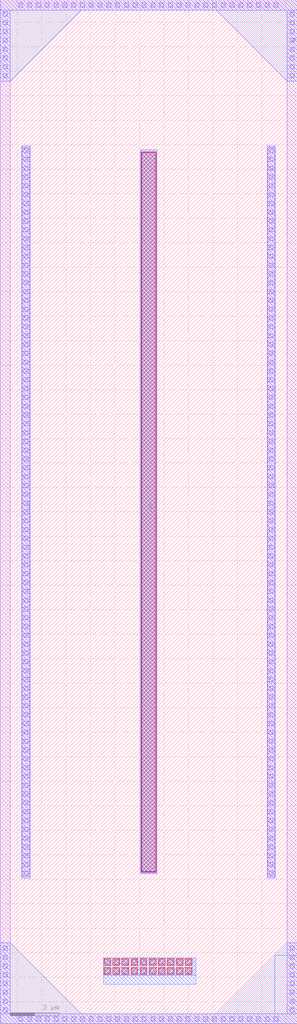
<source format=lef>
# Copyright 2020 The SkyWater PDK Authors
#
# Licensed under the Apache License, Version 2.0 (the "License");
# you may not use this file except in compliance with the License.
# You may obtain a copy of the License at
#
#     https://www.apache.org/licenses/LICENSE-2.0
#
# Unless required by applicable law or agreed to in writing, software
# distributed under the License is distributed on an "AS IS" BASIS,
# WITHOUT WARRANTIES OR CONDITIONS OF ANY KIND, either express or implied.
# See the License for the specific language governing permissions and
# limitations under the License.
#
# SPDX-License-Identifier: Apache-2.0

VERSION 5.7 ;
  NOWIREEXTENSIONATPIN ON ;
  DIVIDERCHAR "/" ;
  BUSBITCHARS "[]" ;
MACRO sky130_fd_pr__rf_nfet_20v0_nvt_aup
  CLASS BLOCK ;
  FOREIGN sky130_fd_pr__rf_nfet_20v0_nvt_aup ;
  ORIGIN  5.700000  5.910000 ;
  SIZE  12.15000 BY  41.82000 ;
  PIN D
    ANTENNADIFFAREA  22.50000 ;
    PORT
      LAYER met2 ;
        RECT 0.055000 0.285000 0.695000 29.725000 ;
    END
  END D
  PIN PSUB
    ANTENNADIFFAREA  43.58300 ;
    PORT
      LAYER met1 ;
        POLYGON -5.290000 -2.595000 -2.385000 -5.500000 -5.290000 -5.500000 ;
        POLYGON -5.290000 35.500000 -2.385000 35.500000 -5.290000 32.595000 ;
        POLYGON  3.135000 35.500000  6.040000 35.500000  6.040000 32.595000 ;
        POLYGON  5.540000 -3.095000  5.540000 -5.500000  3.135000 -5.500000 ;
        POLYGON  6.040000 -2.595000  6.040000 -3.095000  5.540000 -3.095000 ;
        RECT -5.700000 -5.910000  6.450000 -5.500000 ;
        RECT -5.700000 -5.500000 -5.290000 -2.595000 ;
        RECT -5.700000 32.595000 -5.290000 35.500000 ;
        RECT -5.700000 35.500000  6.450000 35.910000 ;
        RECT  5.540000 -5.500000  6.450000 -3.095000 ;
        RECT  6.040000 -3.095000  6.450000 -2.595000 ;
        RECT  6.040000 32.595000  6.450000 35.500000 ;
    END
  END PSUB
  PIN S
    ANTENNADIFFAREA  8.700000 ;
    PORT
      LAYER met1 ;
        RECT -4.790000 0.095000 -4.500000 29.905000 ;
    END
    PORT
      LAYER met1 ;
        RECT 5.250000 0.095000 5.540000 29.905000 ;
    END
  END S
  OBS
    LAYER li1 ;
      RECT -5.700000 -5.910000  6.450000 -5.500000 ;
      RECT -5.700000 -5.500000 -5.290000 35.500000 ;
      RECT -5.700000 35.500000  6.450000 35.910000 ;
      RECT -4.810000  0.045000 -4.480000 29.955000 ;
      RECT -1.480000 -4.285000  2.300000 -3.215000 ;
      RECT  0.040000  0.215000  0.710000 29.785000 ;
      RECT  5.230000  0.045000  5.560000 29.955000 ;
      RECT  6.040000 -5.500000  6.450000 35.500000 ;
    LAYER mcon ;
      RECT -5.580000 -5.425000 -5.410000 -5.255000 ;
      RECT -5.580000 -5.065000 -5.410000 -4.895000 ;
      RECT -5.580000 -4.705000 -5.410000 -4.535000 ;
      RECT -5.580000 -4.345000 -5.410000 -4.175000 ;
      RECT -5.580000 -3.985000 -5.410000 -3.815000 ;
      RECT -5.580000 -3.625000 -5.410000 -3.455000 ;
      RECT -5.580000 -3.265000 -5.410000 -3.095000 ;
      RECT -5.580000 -2.905000 -5.410000 -2.735000 ;
      RECT -5.580000 32.735000 -5.410000 32.905000 ;
      RECT -5.580000 33.095000 -5.410000 33.265000 ;
      RECT -5.580000 33.455000 -5.410000 33.625000 ;
      RECT -5.580000 33.815000 -5.410000 33.985000 ;
      RECT -5.580000 34.175000 -5.410000 34.345000 ;
      RECT -5.580000 34.535000 -5.410000 34.705000 ;
      RECT -5.580000 34.895000 -5.410000 35.065000 ;
      RECT -5.580000 35.255000 -5.410000 35.425000 ;
      RECT -4.940000 -5.790000 -4.770000 -5.620000 ;
      RECT -4.940000 35.620000 -4.770000 35.790000 ;
      RECT -4.730000  0.155000 -4.560000  0.325000 ;
      RECT -4.730000  0.515000 -4.560000  0.685000 ;
      RECT -4.730000  0.875000 -4.560000  1.045000 ;
      RECT -4.730000  1.235000 -4.560000  1.405000 ;
      RECT -4.730000  1.595000 -4.560000  1.765000 ;
      RECT -4.730000  1.955000 -4.560000  2.125000 ;
      RECT -4.730000  2.315000 -4.560000  2.485000 ;
      RECT -4.730000  2.675000 -4.560000  2.845000 ;
      RECT -4.730000  3.035000 -4.560000  3.205000 ;
      RECT -4.730000  3.395000 -4.560000  3.565000 ;
      RECT -4.730000  3.755000 -4.560000  3.925000 ;
      RECT -4.730000  4.115000 -4.560000  4.285000 ;
      RECT -4.730000  4.475000 -4.560000  4.645000 ;
      RECT -4.730000  4.835000 -4.560000  5.005000 ;
      RECT -4.730000  5.195000 -4.560000  5.365000 ;
      RECT -4.730000  5.555000 -4.560000  5.725000 ;
      RECT -4.730000  5.915000 -4.560000  6.085000 ;
      RECT -4.730000  6.275000 -4.560000  6.445000 ;
      RECT -4.730000  6.635000 -4.560000  6.805000 ;
      RECT -4.730000  6.995000 -4.560000  7.165000 ;
      RECT -4.730000  7.355000 -4.560000  7.525000 ;
      RECT -4.730000  7.715000 -4.560000  7.885000 ;
      RECT -4.730000  8.075000 -4.560000  8.245000 ;
      RECT -4.730000  8.435000 -4.560000  8.605000 ;
      RECT -4.730000  8.795000 -4.560000  8.965000 ;
      RECT -4.730000  9.155000 -4.560000  9.325000 ;
      RECT -4.730000  9.515000 -4.560000  9.685000 ;
      RECT -4.730000  9.875000 -4.560000 10.045000 ;
      RECT -4.730000 10.235000 -4.560000 10.405000 ;
      RECT -4.730000 10.595000 -4.560000 10.765000 ;
      RECT -4.730000 10.955000 -4.560000 11.125000 ;
      RECT -4.730000 11.315000 -4.560000 11.485000 ;
      RECT -4.730000 11.675000 -4.560000 11.845000 ;
      RECT -4.730000 12.035000 -4.560000 12.205000 ;
      RECT -4.730000 12.395000 -4.560000 12.565000 ;
      RECT -4.730000 12.755000 -4.560000 12.925000 ;
      RECT -4.730000 13.115000 -4.560000 13.285000 ;
      RECT -4.730000 13.475000 -4.560000 13.645000 ;
      RECT -4.730000 13.835000 -4.560000 14.005000 ;
      RECT -4.730000 14.195000 -4.560000 14.365000 ;
      RECT -4.730000 14.555000 -4.560000 14.725000 ;
      RECT -4.730000 14.915000 -4.560000 15.085000 ;
      RECT -4.730000 15.275000 -4.560000 15.445000 ;
      RECT -4.730000 15.635000 -4.560000 15.805000 ;
      RECT -4.730000 15.995000 -4.560000 16.165000 ;
      RECT -4.730000 16.355000 -4.560000 16.525000 ;
      RECT -4.730000 16.715000 -4.560000 16.885000 ;
      RECT -4.730000 17.075000 -4.560000 17.245000 ;
      RECT -4.730000 17.435000 -4.560000 17.605000 ;
      RECT -4.730000 17.795000 -4.560000 17.965000 ;
      RECT -4.730000 18.155000 -4.560000 18.325000 ;
      RECT -4.730000 18.515000 -4.560000 18.685000 ;
      RECT -4.730000 18.875000 -4.560000 19.045000 ;
      RECT -4.730000 19.235000 -4.560000 19.405000 ;
      RECT -4.730000 19.595000 -4.560000 19.765000 ;
      RECT -4.730000 19.955000 -4.560000 20.125000 ;
      RECT -4.730000 20.315000 -4.560000 20.485000 ;
      RECT -4.730000 20.675000 -4.560000 20.845000 ;
      RECT -4.730000 21.035000 -4.560000 21.205000 ;
      RECT -4.730000 21.395000 -4.560000 21.565000 ;
      RECT -4.730000 21.755000 -4.560000 21.925000 ;
      RECT -4.730000 22.115000 -4.560000 22.285000 ;
      RECT -4.730000 22.475000 -4.560000 22.645000 ;
      RECT -4.730000 22.835000 -4.560000 23.005000 ;
      RECT -4.730000 23.195000 -4.560000 23.365000 ;
      RECT -4.730000 23.555000 -4.560000 23.725000 ;
      RECT -4.730000 23.915000 -4.560000 24.085000 ;
      RECT -4.730000 24.275000 -4.560000 24.445000 ;
      RECT -4.730000 24.635000 -4.560000 24.805000 ;
      RECT -4.730000 24.995000 -4.560000 25.165000 ;
      RECT -4.730000 25.355000 -4.560000 25.525000 ;
      RECT -4.730000 25.715000 -4.560000 25.885000 ;
      RECT -4.730000 26.075000 -4.560000 26.245000 ;
      RECT -4.730000 26.435000 -4.560000 26.605000 ;
      RECT -4.730000 26.795000 -4.560000 26.965000 ;
      RECT -4.730000 27.155000 -4.560000 27.325000 ;
      RECT -4.730000 27.515000 -4.560000 27.685000 ;
      RECT -4.730000 27.875000 -4.560000 28.045000 ;
      RECT -4.730000 28.235000 -4.560000 28.405000 ;
      RECT -4.730000 28.595000 -4.560000 28.765000 ;
      RECT -4.730000 28.955000 -4.560000 29.125000 ;
      RECT -4.730000 29.315000 -4.560000 29.485000 ;
      RECT -4.730000 29.675000 -4.560000 29.845000 ;
      RECT -4.580000 -5.790000 -4.410000 -5.620000 ;
      RECT -4.580000 35.620000 -4.410000 35.790000 ;
      RECT -4.220000 -5.790000 -4.050000 -5.620000 ;
      RECT -4.220000 35.620000 -4.050000 35.790000 ;
      RECT -3.860000 -5.790000 -3.690000 -5.620000 ;
      RECT -3.860000 35.620000 -3.690000 35.790000 ;
      RECT -3.500000 -5.790000 -3.330000 -5.620000 ;
      RECT -3.500000 35.620000 -3.330000 35.790000 ;
      RECT -3.140000 -5.790000 -2.970000 -5.620000 ;
      RECT -3.140000 35.620000 -2.970000 35.790000 ;
      RECT -2.780000 -5.790000 -2.610000 -5.620000 ;
      RECT -2.780000 35.620000 -2.610000 35.790000 ;
      RECT -2.420000 -5.790000 -2.250000 -5.620000 ;
      RECT -2.420000 35.620000 -2.250000 35.790000 ;
      RECT -2.060000 -5.790000 -1.890000 -5.620000 ;
      RECT -2.060000 35.620000 -1.890000 35.790000 ;
      RECT -1.700000 -5.790000 -1.530000 -5.620000 ;
      RECT -1.700000 35.620000 -1.530000 35.790000 ;
      RECT -1.400000 -3.835000 -1.230000 -3.665000 ;
      RECT -1.400000 -3.465000 -1.230000 -3.295000 ;
      RECT -1.340000 -5.790000 -1.170000 -5.620000 ;
      RECT -1.340000 35.620000 -1.170000 35.790000 ;
      RECT -1.030000 -3.835000 -0.860000 -3.665000 ;
      RECT -1.030000 -3.465000 -0.860000 -3.295000 ;
      RECT -0.980000 -5.790000 -0.810000 -5.620000 ;
      RECT -0.980000 35.620000 -0.810000 35.790000 ;
      RECT -0.660000 -3.835000 -0.490000 -3.665000 ;
      RECT -0.660000 -3.465000 -0.490000 -3.295000 ;
      RECT -0.620000 -5.790000 -0.450000 -5.620000 ;
      RECT -0.620000 35.620000 -0.450000 35.790000 ;
      RECT -0.290000 -3.835000 -0.120000 -3.665000 ;
      RECT -0.290000 -3.465000 -0.120000 -3.295000 ;
      RECT -0.260000 -5.790000 -0.090000 -5.620000 ;
      RECT -0.260000 35.620000 -0.090000 35.790000 ;
      RECT  0.080000 -3.835000  0.250000 -3.665000 ;
      RECT  0.080000 -3.465000  0.250000 -3.295000 ;
      RECT  0.100000 -5.790000  0.270000 -5.620000 ;
      RECT  0.100000 35.620000  0.270000 35.790000 ;
      RECT  0.110000  0.335000  0.640000 29.665000 ;
      RECT  0.450000 -3.835000  0.620000 -3.665000 ;
      RECT  0.450000 -3.465000  0.620000 -3.295000 ;
      RECT  0.460000 -5.790000  0.630000 -5.620000 ;
      RECT  0.460000 35.620000  0.630000 35.790000 ;
      RECT  0.820000 -5.790000  0.990000 -5.620000 ;
      RECT  0.820000 -3.835000  0.990000 -3.665000 ;
      RECT  0.820000 -3.465000  0.990000 -3.295000 ;
      RECT  0.820000 35.620000  0.990000 35.790000 ;
      RECT  1.180000 -5.790000  1.350000 -5.620000 ;
      RECT  1.180000 35.620000  1.350000 35.790000 ;
      RECT  1.190000 -3.835000  1.360000 -3.665000 ;
      RECT  1.190000 -3.465000  1.360000 -3.295000 ;
      RECT  1.540000 -5.790000  1.710000 -5.620000 ;
      RECT  1.540000 35.620000  1.710000 35.790000 ;
      RECT  1.560000 -3.835000  1.730000 -3.665000 ;
      RECT  1.560000 -3.465000  1.730000 -3.295000 ;
      RECT  1.900000 -5.790000  2.070000 -5.620000 ;
      RECT  1.900000 35.620000  2.070000 35.790000 ;
      RECT  1.930000 -3.835000  2.100000 -3.665000 ;
      RECT  1.930000 -3.465000  2.100000 -3.295000 ;
      RECT  2.260000 -5.790000  2.430000 -5.620000 ;
      RECT  2.260000 35.620000  2.430000 35.790000 ;
      RECT  2.620000 -5.790000  2.790000 -5.620000 ;
      RECT  2.620000 35.620000  2.790000 35.790000 ;
      RECT  2.980000 -5.790000  3.150000 -5.620000 ;
      RECT  2.980000 35.620000  3.150000 35.790000 ;
      RECT  3.340000 -5.790000  3.510000 -5.620000 ;
      RECT  3.340000 35.620000  3.510000 35.790000 ;
      RECT  3.700000 -5.790000  3.870000 -5.620000 ;
      RECT  3.700000 35.620000  3.870000 35.790000 ;
      RECT  4.060000 -5.790000  4.230000 -5.620000 ;
      RECT  4.060000 35.620000  4.230000 35.790000 ;
      RECT  4.420000 -5.790000  4.590000 -5.620000 ;
      RECT  4.420000 35.620000  4.590000 35.790000 ;
      RECT  4.780000 -5.790000  4.950000 -5.620000 ;
      RECT  4.780000 35.620000  4.950000 35.790000 ;
      RECT  5.140000 -5.790000  5.310000 -5.620000 ;
      RECT  5.140000 35.620000  5.310000 35.790000 ;
      RECT  5.310000  0.155000  5.480000  0.325000 ;
      RECT  5.310000  0.515000  5.480000  0.685000 ;
      RECT  5.310000  0.875000  5.480000  1.045000 ;
      RECT  5.310000  1.235000  5.480000  1.405000 ;
      RECT  5.310000  1.595000  5.480000  1.765000 ;
      RECT  5.310000  1.955000  5.480000  2.125000 ;
      RECT  5.310000  2.315000  5.480000  2.485000 ;
      RECT  5.310000  2.675000  5.480000  2.845000 ;
      RECT  5.310000  3.035000  5.480000  3.205000 ;
      RECT  5.310000  3.395000  5.480000  3.565000 ;
      RECT  5.310000  3.755000  5.480000  3.925000 ;
      RECT  5.310000  4.115000  5.480000  4.285000 ;
      RECT  5.310000  4.475000  5.480000  4.645000 ;
      RECT  5.310000  4.835000  5.480000  5.005000 ;
      RECT  5.310000  5.195000  5.480000  5.365000 ;
      RECT  5.310000  5.555000  5.480000  5.725000 ;
      RECT  5.310000  5.915000  5.480000  6.085000 ;
      RECT  5.310000  6.275000  5.480000  6.445000 ;
      RECT  5.310000  6.635000  5.480000  6.805000 ;
      RECT  5.310000  6.995000  5.480000  7.165000 ;
      RECT  5.310000  7.355000  5.480000  7.525000 ;
      RECT  5.310000  7.715000  5.480000  7.885000 ;
      RECT  5.310000  8.075000  5.480000  8.245000 ;
      RECT  5.310000  8.435000  5.480000  8.605000 ;
      RECT  5.310000  8.795000  5.480000  8.965000 ;
      RECT  5.310000  9.155000  5.480000  9.325000 ;
      RECT  5.310000  9.515000  5.480000  9.685000 ;
      RECT  5.310000  9.875000  5.480000 10.045000 ;
      RECT  5.310000 10.235000  5.480000 10.405000 ;
      RECT  5.310000 10.595000  5.480000 10.765000 ;
      RECT  5.310000 10.955000  5.480000 11.125000 ;
      RECT  5.310000 11.315000  5.480000 11.485000 ;
      RECT  5.310000 11.675000  5.480000 11.845000 ;
      RECT  5.310000 12.035000  5.480000 12.205000 ;
      RECT  5.310000 12.395000  5.480000 12.565000 ;
      RECT  5.310000 12.755000  5.480000 12.925000 ;
      RECT  5.310000 13.115000  5.480000 13.285000 ;
      RECT  5.310000 13.475000  5.480000 13.645000 ;
      RECT  5.310000 13.835000  5.480000 14.005000 ;
      RECT  5.310000 14.195000  5.480000 14.365000 ;
      RECT  5.310000 14.555000  5.480000 14.725000 ;
      RECT  5.310000 14.915000  5.480000 15.085000 ;
      RECT  5.310000 15.275000  5.480000 15.445000 ;
      RECT  5.310000 15.635000  5.480000 15.805000 ;
      RECT  5.310000 15.995000  5.480000 16.165000 ;
      RECT  5.310000 16.355000  5.480000 16.525000 ;
      RECT  5.310000 16.715000  5.480000 16.885000 ;
      RECT  5.310000 17.075000  5.480000 17.245000 ;
      RECT  5.310000 17.435000  5.480000 17.605000 ;
      RECT  5.310000 17.795000  5.480000 17.965000 ;
      RECT  5.310000 18.155000  5.480000 18.325000 ;
      RECT  5.310000 18.515000  5.480000 18.685000 ;
      RECT  5.310000 18.875000  5.480000 19.045000 ;
      RECT  5.310000 19.235000  5.480000 19.405000 ;
      RECT  5.310000 19.595000  5.480000 19.765000 ;
      RECT  5.310000 19.955000  5.480000 20.125000 ;
      RECT  5.310000 20.315000  5.480000 20.485000 ;
      RECT  5.310000 20.675000  5.480000 20.845000 ;
      RECT  5.310000 21.035000  5.480000 21.205000 ;
      RECT  5.310000 21.395000  5.480000 21.565000 ;
      RECT  5.310000 21.755000  5.480000 21.925000 ;
      RECT  5.310000 22.115000  5.480000 22.285000 ;
      RECT  5.310000 22.475000  5.480000 22.645000 ;
      RECT  5.310000 22.835000  5.480000 23.005000 ;
      RECT  5.310000 23.195000  5.480000 23.365000 ;
      RECT  5.310000 23.555000  5.480000 23.725000 ;
      RECT  5.310000 23.915000  5.480000 24.085000 ;
      RECT  5.310000 24.275000  5.480000 24.445000 ;
      RECT  5.310000 24.635000  5.480000 24.805000 ;
      RECT  5.310000 24.995000  5.480000 25.165000 ;
      RECT  5.310000 25.355000  5.480000 25.525000 ;
      RECT  5.310000 25.715000  5.480000 25.885000 ;
      RECT  5.310000 26.075000  5.480000 26.245000 ;
      RECT  5.310000 26.435000  5.480000 26.605000 ;
      RECT  5.310000 26.795000  5.480000 26.965000 ;
      RECT  5.310000 27.155000  5.480000 27.325000 ;
      RECT  5.310000 27.515000  5.480000 27.685000 ;
      RECT  5.310000 27.875000  5.480000 28.045000 ;
      RECT  5.310000 28.235000  5.480000 28.405000 ;
      RECT  5.310000 28.595000  5.480000 28.765000 ;
      RECT  5.310000 28.955000  5.480000 29.125000 ;
      RECT  5.310000 29.315000  5.480000 29.485000 ;
      RECT  5.310000 29.675000  5.480000 29.845000 ;
      RECT  5.500000 -5.790000  5.670000 -5.620000 ;
      RECT  5.500000 35.620000  5.670000 35.790000 ;
      RECT  6.160000 -5.425000  6.330000 -5.255000 ;
      RECT  6.160000 -5.065000  6.330000 -4.895000 ;
      RECT  6.160000 -4.705000  6.330000 -4.535000 ;
      RECT  6.160000 -4.345000  6.330000 -4.175000 ;
      RECT  6.160000 -3.985000  6.330000 -3.815000 ;
      RECT  6.160000 -3.625000  6.330000 -3.455000 ;
      RECT  6.160000 -3.265000  6.330000 -3.095000 ;
      RECT  6.160000 -2.905000  6.330000 -2.735000 ;
      RECT  6.160000 32.735000  6.330000 32.905000 ;
      RECT  6.160000 33.095000  6.330000 33.265000 ;
      RECT  6.160000 33.455000  6.330000 33.625000 ;
      RECT  6.160000 33.815000  6.330000 33.985000 ;
      RECT  6.160000 34.175000  6.330000 34.345000 ;
      RECT  6.160000 34.535000  6.330000 34.705000 ;
      RECT  6.160000 34.895000  6.330000 35.065000 ;
      RECT  6.160000 35.255000  6.330000 35.425000 ;
    LAYER met1 ;
      RECT -1.480000 -3.925000 2.300000 -3.215000 ;
      RECT  0.050000  0.275000 0.700000 29.725000 ;
    LAYER met2 ;
      RECT -1.480000 -4.285000 2.300000 -3.215000 ;
    LAYER via ;
      RECT -1.445000 -3.880000 -1.185000 -3.620000 ;
      RECT -1.445000 -3.510000 -1.185000 -3.250000 ;
      RECT -1.075000 -3.880000 -0.815000 -3.620000 ;
      RECT -1.075000 -3.510000 -0.815000 -3.250000 ;
      RECT -0.705000 -3.880000 -0.445000 -3.620000 ;
      RECT -0.705000 -3.510000 -0.445000 -3.250000 ;
      RECT -0.335000 -3.880000 -0.075000 -3.620000 ;
      RECT -0.335000 -3.510000 -0.075000 -3.250000 ;
      RECT  0.035000 -3.880000  0.295000 -3.620000 ;
      RECT  0.035000 -3.510000  0.295000 -3.250000 ;
      RECT  0.085000  0.315000  0.665000 29.695000 ;
      RECT  0.405000 -3.880000  0.665000 -3.620000 ;
      RECT  0.405000 -3.510000  0.665000 -3.250000 ;
      RECT  0.775000 -3.880000  1.035000 -3.620000 ;
      RECT  0.775000 -3.510000  1.035000 -3.250000 ;
      RECT  1.145000 -3.880000  1.405000 -3.620000 ;
      RECT  1.145000 -3.510000  1.405000 -3.250000 ;
      RECT  1.515000 -3.880000  1.775000 -3.620000 ;
      RECT  1.515000 -3.510000  1.775000 -3.250000 ;
      RECT  1.885000 -3.880000  2.145000 -3.620000 ;
      RECT  1.885000 -3.510000  2.145000 -3.250000 ;
  END
END sky130_fd_pr__rf_nfet_20v0_nvt_aup
END LIBRARY

</source>
